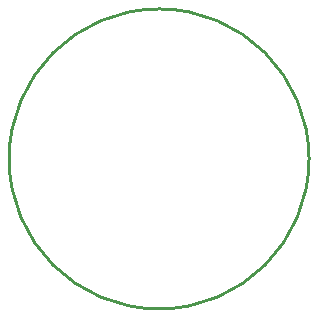
<source format=gko>
%FSLAX24Y24*%
%MOIN*%
G70*
G01*
G75*
G04 Layer_Color=16711935*
G04:AMPARAMS|DCode=10|XSize=23.6mil|YSize=43.3mil|CornerRadius=0mil|HoleSize=0mil|Usage=FLASHONLY|Rotation=225.000|XOffset=0mil|YOffset=0mil|HoleType=Round|Shape=Rectangle|*
%AMROTATEDRECTD10*
4,1,4,-0.0070,0.0237,0.0237,-0.0070,0.0070,-0.0237,-0.0237,0.0070,-0.0070,0.0237,0.0*
%
%ADD10ROTATEDRECTD10*%

G04:AMPARAMS|DCode=11|XSize=55.1mil|YSize=45.3mil|CornerRadius=0mil|HoleSize=0mil|Usage=FLASHONLY|Rotation=135.000|XOffset=0mil|YOffset=0mil|HoleType=Round|Shape=Rectangle|*
%AMROTATEDRECTD11*
4,1,4,0.0355,-0.0035,0.0035,-0.0355,-0.0355,0.0035,-0.0035,0.0355,0.0355,-0.0035,0.0*
%
%ADD11ROTATEDRECTD11*%

%ADD12R,0.0236X0.0197*%
%ADD13R,0.0197X0.0236*%
%ADD14R,0.0276X0.0354*%
G04:AMPARAMS|DCode=15|XSize=19.7mil|YSize=23.6mil|CornerRadius=0mil|HoleSize=0mil|Usage=FLASHONLY|Rotation=315.000|XOffset=0mil|YOffset=0mil|HoleType=Round|Shape=Rectangle|*
%AMROTATEDRECTD15*
4,1,4,-0.0153,-0.0014,0.0014,0.0153,0.0153,0.0014,-0.0014,-0.0153,-0.0153,-0.0014,0.0*
%
%ADD15ROTATEDRECTD15*%

G04:AMPARAMS|DCode=16|XSize=22mil|YSize=25.5mil|CornerRadius=0mil|HoleSize=0mil|Usage=FLASHONLY|Rotation=225.000|XOffset=0mil|YOffset=0mil|HoleType=Round|Shape=Rectangle|*
%AMROTATEDRECTD16*
4,1,4,-0.0012,0.0168,0.0168,-0.0012,0.0012,-0.0168,-0.0168,0.0012,-0.0012,0.0168,0.0*
%
%ADD16ROTATEDRECTD16*%

G04:AMPARAMS|DCode=17|XSize=19.7mil|YSize=23.6mil|CornerRadius=0mil|HoleSize=0mil|Usage=FLASHONLY|Rotation=45.000|XOffset=0mil|YOffset=0mil|HoleType=Round|Shape=Rectangle|*
%AMROTATEDRECTD17*
4,1,4,0.0014,-0.0153,-0.0153,0.0014,-0.0014,0.0153,0.0153,-0.0014,0.0014,-0.0153,0.0*
%
%ADD17ROTATEDRECTD17*%

G04:AMPARAMS|DCode=18|XSize=9.8mil|YSize=31.5mil|CornerRadius=0mil|HoleSize=0mil|Usage=FLASHONLY|Rotation=135.000|XOffset=0mil|YOffset=0mil|HoleType=Round|Shape=Round|*
%AMOVALD18*
21,1,0.0217,0.0098,0.0000,0.0000,225.0*
1,1,0.0098,0.0077,0.0077*
1,1,0.0098,-0.0077,-0.0077*
%
%ADD18OVALD18*%

G04:AMPARAMS|DCode=19|XSize=9.8mil|YSize=31.5mil|CornerRadius=0mil|HoleSize=0mil|Usage=FLASHONLY|Rotation=45.000|XOffset=0mil|YOffset=0mil|HoleType=Round|Shape=Round|*
%AMOVALD19*
21,1,0.0217,0.0098,0.0000,0.0000,135.0*
1,1,0.0098,0.0077,-0.0077*
1,1,0.0098,-0.0077,0.0077*
%
%ADD19OVALD19*%

G04:AMPARAMS|DCode=20|XSize=185mil|YSize=212.6mil|CornerRadius=0mil|HoleSize=0mil|Usage=FLASHONLY|Rotation=45.000|XOffset=0mil|YOffset=0mil|HoleType=Round|Shape=Rectangle|*
%AMROTATEDRECTD20*
4,1,4,0.0097,-0.1406,-0.1406,0.0097,-0.0097,0.1406,0.1406,-0.0097,0.0097,-0.1406,0.0*
%
%ADD20ROTATEDRECTD20*%

%ADD21R,0.0394X0.0217*%
%ADD22R,0.0315X0.0354*%
%ADD23R,0.0512X0.0217*%
%ADD24R,0.0276X0.0591*%
%ADD25R,0.0394X0.0315*%
%ADD26R,0.0136X0.0201*%
%ADD27R,0.0201X0.0136*%
G04:AMPARAMS|DCode=28|XSize=13.8mil|YSize=39.4mil|CornerRadius=0mil|HoleSize=0mil|Usage=FLASHONLY|Rotation=45.000|XOffset=0mil|YOffset=0mil|HoleType=Round|Shape=Rectangle|*
%AMROTATEDRECTD28*
4,1,4,0.0090,-0.0188,-0.0188,0.0090,-0.0090,0.0188,0.0188,-0.0090,0.0090,-0.0188,0.0*
%
%ADD28ROTATEDRECTD28*%

%ADD29O,0.0256X0.0098*%
%ADD30O,0.0098X0.0256*%
%ADD31R,0.0709X0.0709*%
%ADD32O,0.0866X0.0236*%
%ADD33R,0.1024X0.0591*%
%ADD34R,0.0157X0.0157*%
%ADD35C,0.0120*%
%ADD36C,0.0080*%
%ADD37C,0.0060*%
%ADD38C,0.0100*%
%ADD39C,0.1260*%
%ADD40C,0.0630*%
%ADD41C,0.0160*%
%ADD42C,0.0500*%
%ADD43C,0.0180*%
%ADD44C,0.0320*%
%ADD45C,0.0200*%
%ADD46C,0.0260*%
%ADD47C,0.0220*%
%ADD48R,0.0335X0.0157*%
%ADD49R,0.0157X0.0335*%
G04:AMPARAMS|DCode=50|XSize=35.4mil|YSize=31.5mil|CornerRadius=0mil|HoleSize=0mil|Usage=FLASHONLY|Rotation=135.000|XOffset=0mil|YOffset=0mil|HoleType=Round|Shape=Rectangle|*
%AMROTATEDRECTD50*
4,1,4,0.0237,-0.0014,0.0014,-0.0237,-0.0237,0.0014,-0.0014,0.0237,0.0237,-0.0014,0.0*
%
%ADD50ROTATEDRECTD50*%

%ADD51R,0.0220X0.0255*%
%ADD52O,0.0276X0.0098*%
%ADD53O,0.0098X0.0276*%
%ADD54R,0.0118X0.0193*%
%ADD55R,0.0118X0.0209*%
%ADD56R,0.0591X0.0236*%
G04:AMPARAMS|DCode=57|XSize=31.5mil|YSize=66.9mil|CornerRadius=0mil|HoleSize=0mil|Usage=FLASHONLY|Rotation=225.000|XOffset=0mil|YOffset=0mil|HoleType=Round|Shape=Rectangle|*
%AMROTATEDRECTD57*
4,1,4,-0.0125,0.0348,0.0348,-0.0125,0.0125,-0.0348,-0.0348,0.0125,-0.0125,0.0348,0.0*
%
%ADD57ROTATEDRECTD57*%

%ADD58R,0.0551X0.0630*%
%ADD59R,0.0630X0.0748*%
%ADD60R,0.0532X0.0157*%
G04:AMPARAMS|DCode=61|XSize=15.4mil|YSize=36.2mil|CornerRadius=0mil|HoleSize=0mil|Usage=FLASHONLY|Rotation=45.000|XOffset=0mil|YOffset=0mil|HoleType=Round|Shape=Rectangle|*
%AMROTATEDRECTD61*
4,1,4,0.0074,-0.0182,-0.0182,0.0074,-0.0074,0.0182,0.0182,-0.0074,0.0074,-0.0182,0.0*
%
%ADD61ROTATEDRECTD61*%

%ADD62C,0.0098*%
%ADD63C,0.0236*%
%ADD64C,0.0039*%
%ADD65C,0.0079*%
%ADD66C,0.0050*%
G04:AMPARAMS|DCode=67|XSize=14.8mil|YSize=17.7mil|CornerRadius=0mil|HoleSize=0mil|Usage=FLASHONLY|Rotation=45.000|XOffset=0mil|YOffset=0mil|HoleType=Round|Shape=Rectangle|*
%AMROTATEDRECTD67*
4,1,4,0.0010,-0.0115,-0.0115,0.0010,-0.0010,0.0115,0.0115,-0.0010,0.0010,-0.0115,0.0*
%
%ADD67ROTATEDRECTD67*%

%ADD68R,0.0551X0.0433*%
G04:AMPARAMS|DCode=69|XSize=29.6mil|YSize=49.3mil|CornerRadius=0mil|HoleSize=0mil|Usage=FLASHONLY|Rotation=225.000|XOffset=0mil|YOffset=0mil|HoleType=Round|Shape=Rectangle|*
%AMROTATEDRECTD69*
4,1,4,-0.0070,0.0279,0.0279,-0.0070,0.0070,-0.0279,-0.0279,0.0070,-0.0070,0.0279,0.0*
%
%ADD69ROTATEDRECTD69*%

G04:AMPARAMS|DCode=70|XSize=61.1mil|YSize=51.3mil|CornerRadius=0mil|HoleSize=0mil|Usage=FLASHONLY|Rotation=135.000|XOffset=0mil|YOffset=0mil|HoleType=Round|Shape=Rectangle|*
%AMROTATEDRECTD70*
4,1,4,0.0397,-0.0035,0.0035,-0.0397,-0.0397,0.0035,-0.0035,0.0397,0.0397,-0.0035,0.0*
%
%ADD70ROTATEDRECTD70*%

%ADD71R,0.0296X0.0257*%
%ADD72R,0.0257X0.0296*%
%ADD73R,0.0336X0.0414*%
G04:AMPARAMS|DCode=74|XSize=25.7mil|YSize=29.6mil|CornerRadius=0mil|HoleSize=0mil|Usage=FLASHONLY|Rotation=315.000|XOffset=0mil|YOffset=0mil|HoleType=Round|Shape=Rectangle|*
%AMROTATEDRECTD74*
4,1,4,-0.0196,-0.0014,0.0014,0.0196,0.0196,0.0014,-0.0014,-0.0196,-0.0196,-0.0014,0.0*
%
%ADD74ROTATEDRECTD74*%

G04:AMPARAMS|DCode=75|XSize=28mil|YSize=31.5mil|CornerRadius=0mil|HoleSize=0mil|Usage=FLASHONLY|Rotation=225.000|XOffset=0mil|YOffset=0mil|HoleType=Round|Shape=Rectangle|*
%AMROTATEDRECTD75*
4,1,4,-0.0012,0.0210,0.0210,-0.0012,0.0012,-0.0210,-0.0210,0.0012,-0.0012,0.0210,0.0*
%
%ADD75ROTATEDRECTD75*%

G04:AMPARAMS|DCode=76|XSize=25.7mil|YSize=29.6mil|CornerRadius=0mil|HoleSize=0mil|Usage=FLASHONLY|Rotation=45.000|XOffset=0mil|YOffset=0mil|HoleType=Round|Shape=Rectangle|*
%AMROTATEDRECTD76*
4,1,4,0.0014,-0.0196,-0.0196,0.0014,-0.0014,0.0196,0.0196,-0.0014,0.0014,-0.0196,0.0*
%
%ADD76ROTATEDRECTD76*%

G04:AMPARAMS|DCode=77|XSize=15.8mil|YSize=37.5mil|CornerRadius=0mil|HoleSize=0mil|Usage=FLASHONLY|Rotation=135.000|XOffset=0mil|YOffset=0mil|HoleType=Round|Shape=Round|*
%AMOVALD77*
21,1,0.0217,0.0158,0.0000,0.0000,225.0*
1,1,0.0158,0.0077,0.0077*
1,1,0.0158,-0.0077,-0.0077*
%
%ADD77OVALD77*%

G04:AMPARAMS|DCode=78|XSize=15.8mil|YSize=37.5mil|CornerRadius=0mil|HoleSize=0mil|Usage=FLASHONLY|Rotation=45.000|XOffset=0mil|YOffset=0mil|HoleType=Round|Shape=Round|*
%AMOVALD78*
21,1,0.0217,0.0158,0.0000,0.0000,135.0*
1,1,0.0158,0.0077,-0.0077*
1,1,0.0158,-0.0077,0.0077*
%
%ADD78OVALD78*%

G04:AMPARAMS|DCode=79|XSize=191mil|YSize=218.6mil|CornerRadius=0mil|HoleSize=0mil|Usage=FLASHONLY|Rotation=45.000|XOffset=0mil|YOffset=0mil|HoleType=Round|Shape=Rectangle|*
%AMROTATEDRECTD79*
4,1,4,0.0097,-0.1448,-0.1448,0.0097,-0.0097,0.1448,0.1448,-0.0097,0.0097,-0.1448,0.0*
%
%ADD79ROTATEDRECTD79*%

%ADD80R,0.0454X0.0277*%
%ADD81R,0.0375X0.0414*%
%ADD82R,0.0572X0.0277*%
%ADD83R,0.0336X0.0651*%
%ADD84R,0.0454X0.0375*%
%ADD85R,0.0215X0.0280*%
%ADD86R,0.0280X0.0215*%
G04:AMPARAMS|DCode=87|XSize=19.8mil|YSize=45.4mil|CornerRadius=0mil|HoleSize=0mil|Usage=FLASHONLY|Rotation=45.000|XOffset=0mil|YOffset=0mil|HoleType=Round|Shape=Rectangle|*
%AMROTATEDRECTD87*
4,1,4,0.0090,-0.0230,-0.0230,0.0090,-0.0090,0.0230,0.0230,-0.0090,0.0090,-0.0230,0.0*
%
%ADD87ROTATEDRECTD87*%

%ADD88O,0.0316X0.0158*%
%ADD89O,0.0158X0.0316*%
%ADD90R,0.0769X0.0769*%
%ADD91O,0.0926X0.0296*%
%ADD92R,0.1084X0.0651*%
%ADD93C,0.1320*%
%ADD94C,0.0060*%
%ADD95C,0.0690*%
%ADD96C,0.0600*%
%ADD97C,0.0120*%
%ADD98C,0.0020*%
%ADD99R,0.0395X0.0217*%
%ADD100R,0.0217X0.0395*%
G04:AMPARAMS|DCode=101|XSize=41.4mil|YSize=37.5mil|CornerRadius=0mil|HoleSize=0mil|Usage=FLASHONLY|Rotation=135.000|XOffset=0mil|YOffset=0mil|HoleType=Round|Shape=Rectangle|*
%AMROTATEDRECTD101*
4,1,4,0.0279,-0.0014,0.0014,-0.0279,-0.0279,0.0014,-0.0014,0.0279,0.0279,-0.0014,0.0*
%
%ADD101ROTATEDRECTD101*%

%ADD102R,0.0280X0.0315*%
%ADD103O,0.0336X0.0158*%
%ADD104O,0.0158X0.0336*%
%ADD105R,0.0178X0.0253*%
%ADD106R,0.0178X0.0269*%
%ADD107R,0.0651X0.0296*%
G04:AMPARAMS|DCode=108|XSize=37.5mil|YSize=72.9mil|CornerRadius=0mil|HoleSize=0mil|Usage=FLASHONLY|Rotation=225.000|XOffset=0mil|YOffset=0mil|HoleType=Round|Shape=Rectangle|*
%AMROTATEDRECTD108*
4,1,4,-0.0125,0.0390,0.0390,-0.0125,0.0125,-0.0390,-0.0390,0.0125,-0.0125,0.0390,0.0*
%
%ADD108ROTATEDRECTD108*%

%ADD109R,0.0630X0.0709*%
%ADD110R,0.0709X0.0827*%
%ADD111R,0.0610X0.0236*%
G04:AMPARAMS|DCode=112|XSize=21.4mil|YSize=42.2mil|CornerRadius=0mil|HoleSize=0mil|Usage=FLASHONLY|Rotation=45.000|XOffset=0mil|YOffset=0mil|HoleType=Round|Shape=Rectangle|*
%AMROTATEDRECTD112*
4,1,4,0.0074,-0.0225,-0.0225,0.0074,-0.0074,0.0225,0.0225,-0.0074,0.0074,-0.0225,0.0*
%
%ADD112ROTATEDRECTD112*%

%ADD113C,0.0060*%
%ADD114C,0.0047*%
%ADD115C,0.0040*%
D38*
X10000Y5000D02*
G03*
X10000Y5000I-5000J0D01*
G01*
M02*

</source>
